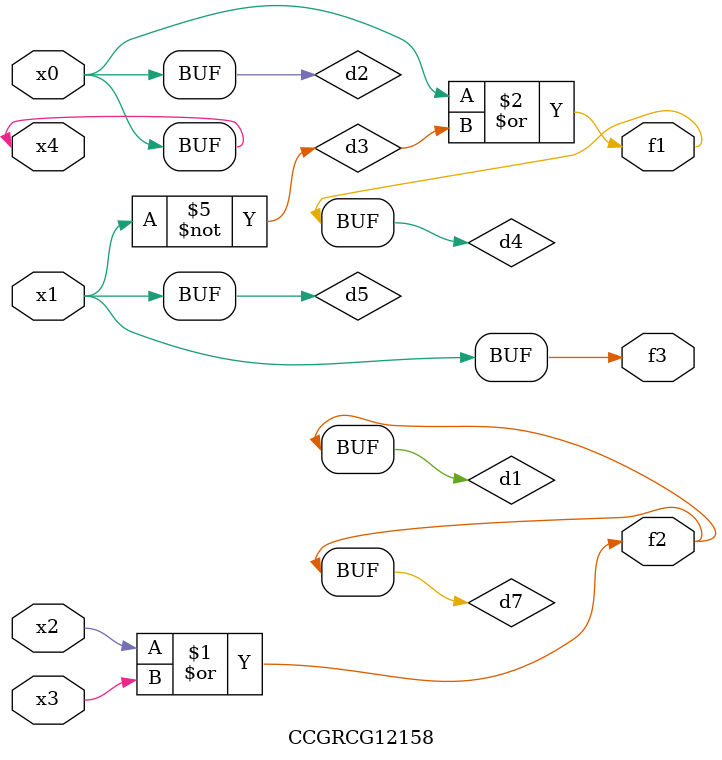
<source format=v>
module CCGRCG12158(
	input x0, x1, x2, x3, x4,
	output f1, f2, f3
);

	wire d1, d2, d3, d4, d5, d6, d7;

	or (d1, x2, x3);
	buf (d2, x0, x4);
	not (d3, x1);
	or (d4, d2, d3);
	not (d5, d3);
	nand (d6, d1, d3);
	or (d7, d1);
	assign f1 = d4;
	assign f2 = d7;
	assign f3 = d5;
endmodule

</source>
